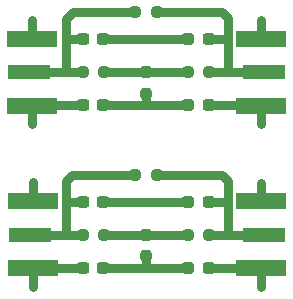
<source format=gbr>
%TF.GenerationSoftware,KiCad,Pcbnew,8.0.5-8.0.5-0~ubuntu22.04.1*%
%TF.CreationDate,2025-01-06T18:32:53-03:00*%
%TF.ProjectId,preenfasis,70726565-6e66-4617-9369-732e6b696361,v1.0*%
%TF.SameCoordinates,Original*%
%TF.FileFunction,Copper,L1,Top*%
%TF.FilePolarity,Positive*%
%FSLAX46Y46*%
G04 Gerber Fmt 4.6, Leading zero omitted, Abs format (unit mm)*
G04 Created by KiCad (PCBNEW 8.0.5-8.0.5-0~ubuntu22.04.1) date 2025-01-06 18:32:53*
%MOMM*%
%LPD*%
G01*
G04 APERTURE LIST*
G04 Aperture macros list*
%AMRoundRect*
0 Rectangle with rounded corners*
0 $1 Rounding radius*
0 $2 $3 $4 $5 $6 $7 $8 $9 X,Y pos of 4 corners*
0 Add a 4 corners polygon primitive as box body*
4,1,4,$2,$3,$4,$5,$6,$7,$8,$9,$2,$3,0*
0 Add four circle primitives for the rounded corners*
1,1,$1+$1,$2,$3*
1,1,$1+$1,$4,$5*
1,1,$1+$1,$6,$7*
1,1,$1+$1,$8,$9*
0 Add four rect primitives between the rounded corners*
20,1,$1+$1,$2,$3,$4,$5,0*
20,1,$1+$1,$4,$5,$6,$7,0*
20,1,$1+$1,$6,$7,$8,$9,0*
20,1,$1+$1,$8,$9,$2,$3,0*%
G04 Aperture macros list end*
%TA.AperFunction,SMDPad,CuDef*%
%ADD10RoundRect,0.237500X-0.287500X-0.237500X0.287500X-0.237500X0.287500X0.237500X-0.287500X0.237500X0*%
%TD*%
%TA.AperFunction,SMDPad,CuDef*%
%ADD11RoundRect,0.237500X-0.250000X-0.237500X0.250000X-0.237500X0.250000X0.237500X-0.250000X0.237500X0*%
%TD*%
%TA.AperFunction,SMDPad,CuDef*%
%ADD12RoundRect,0.237500X-0.237500X0.250000X-0.237500X-0.250000X0.237500X-0.250000X0.237500X0.250000X0*%
%TD*%
%TA.AperFunction,SMDPad,CuDef*%
%ADD13R,3.600000X1.270000*%
%TD*%
%TA.AperFunction,SMDPad,CuDef*%
%ADD14R,4.200000X1.350000*%
%TD*%
%TA.AperFunction,SMDPad,CuDef*%
%ADD15RoundRect,0.237500X-0.300000X-0.237500X0.300000X-0.237500X0.300000X0.237500X-0.300000X0.237500X0*%
%TD*%
%TA.AperFunction,ViaPad*%
%ADD16C,0.600000*%
%TD*%
%TA.AperFunction,Conductor*%
%ADD17C,0.800000*%
%TD*%
G04 APERTURE END LIST*
D10*
%TO.P,L2,1,1*%
%TO.N,Net-(C2-Pad2)*%
X115965000Y-90424000D03*
%TO.P,L2,2,2*%
%TO.N,Net-(J1-Ext)*%
X117715000Y-90424000D03*
%TD*%
D11*
%TO.P,R7,1*%
%TO.N,Net-(J3-In)*%
X107037500Y-73890500D03*
%TO.P,R7,2*%
%TO.N,Net-(R6-Pad1)*%
X108862500Y-73890500D03*
%TD*%
D10*
%TO.P,L1,1,1*%
%TO.N,Net-(C1-Pad2)*%
X115965000Y-84836000D03*
%TO.P,L1,2,2*%
%TO.N,Net-(J2-In)*%
X117715000Y-84836000D03*
%TD*%
D11*
%TO.P,R8,1*%
%TO.N,Net-(R6-Pad1)*%
X115927500Y-73890500D03*
%TO.P,R8,2*%
%TO.N,Net-(J4-In)*%
X117752500Y-73890500D03*
%TD*%
%TO.P,R4,1*%
%TO.N,Net-(R2-Pad1)*%
X115927500Y-87630000D03*
%TO.P,R4,2*%
%TO.N,Net-(J2-In)*%
X117752500Y-87630000D03*
%TD*%
D12*
%TO.P,R2,1*%
%TO.N,Net-(R2-Pad1)*%
X112395000Y-87630000D03*
%TO.P,R2,2*%
%TO.N,Net-(C2-Pad2)*%
X112395000Y-89455000D03*
%TD*%
D13*
%TO.P,J3,1,In*%
%TO.N,Net-(J3-In)*%
X102543000Y-73890500D03*
D14*
%TO.P,J3,2,Ext*%
%TO.N,Net-(J1-Ext)*%
X102743000Y-71065500D03*
X102743000Y-76715500D03*
%TD*%
D15*
%TO.P,C2,1*%
%TO.N,Net-(J1-Ext)*%
X107087500Y-90424000D03*
%TO.P,C2,2*%
%TO.N,Net-(C2-Pad2)*%
X108812500Y-90424000D03*
%TD*%
D11*
%TO.P,R1,1*%
%TO.N,Net-(J1-In)*%
X111482500Y-82550000D03*
%TO.P,R1,2*%
%TO.N,Net-(J2-In)*%
X113307500Y-82550000D03*
%TD*%
D15*
%TO.P,C1,1*%
%TO.N,Net-(J1-In)*%
X107087500Y-84836000D03*
%TO.P,C1,2*%
%TO.N,Net-(C1-Pad2)*%
X108812500Y-84836000D03*
%TD*%
%TO.P,C3,1*%
%TO.N,Net-(J3-In)*%
X107087500Y-71096500D03*
%TO.P,C3,2*%
%TO.N,Net-(C3-Pad2)*%
X108812500Y-71096500D03*
%TD*%
D10*
%TO.P,L3,1,1*%
%TO.N,Net-(C3-Pad2)*%
X115965000Y-71096500D03*
%TO.P,L3,2,2*%
%TO.N,Net-(J4-In)*%
X117715000Y-71096500D03*
%TD*%
D11*
%TO.P,R5,1*%
%TO.N,Net-(J3-In)*%
X111482500Y-68810500D03*
%TO.P,R5,2*%
%TO.N,Net-(J4-In)*%
X113307500Y-68810500D03*
%TD*%
D13*
%TO.P,J2,1,In*%
%TO.N,Net-(J2-In)*%
X122374000Y-87630000D03*
D14*
%TO.P,J2,2,Ext*%
%TO.N,Net-(J1-Ext)*%
X122174000Y-90455000D03*
X122174000Y-84805000D03*
%TD*%
D12*
%TO.P,R6,1*%
%TO.N,Net-(R6-Pad1)*%
X112395000Y-73890500D03*
%TO.P,R6,2*%
%TO.N,Net-(C4-Pad2)*%
X112395000Y-75715500D03*
%TD*%
D13*
%TO.P,J4,1,In*%
%TO.N,Net-(J4-In)*%
X122374000Y-73890500D03*
D14*
%TO.P,J4,2,Ext*%
%TO.N,Net-(J1-Ext)*%
X122174000Y-76715500D03*
X122174000Y-71065500D03*
%TD*%
D13*
%TO.P,J1,1,In*%
%TO.N,Net-(J1-In)*%
X102616000Y-87630000D03*
D14*
%TO.P,J1,2,Ext*%
%TO.N,Net-(J1-Ext)*%
X102816000Y-84805000D03*
X102816000Y-90455000D03*
%TD*%
D15*
%TO.P,C4,1*%
%TO.N,Net-(J1-Ext)*%
X107087500Y-76684500D03*
%TO.P,C4,2*%
%TO.N,Net-(C4-Pad2)*%
X108812500Y-76684500D03*
%TD*%
D11*
%TO.P,R3,1*%
%TO.N,Net-(J1-In)*%
X107037500Y-87630000D03*
%TO.P,R3,2*%
%TO.N,Net-(R2-Pad1)*%
X108862500Y-87630000D03*
%TD*%
D10*
%TO.P,L4,1,1*%
%TO.N,Net-(C4-Pad2)*%
X115965000Y-76684500D03*
%TO.P,L4,2,2*%
%TO.N,Net-(J1-Ext)*%
X117715000Y-76684500D03*
%TD*%
D16*
%TO.N,Net-(J1-Ext)*%
X102816000Y-83185000D03*
X122174000Y-92049600D03*
X102768400Y-69469000D03*
X122174000Y-83261200D03*
X122174000Y-69469000D03*
X102816000Y-92075000D03*
X122174000Y-78282800D03*
X102725000Y-78232000D03*
%TD*%
D17*
%TO.N,Net-(J1-In)*%
X105664000Y-84836000D02*
X105664000Y-83058000D01*
X105664000Y-87630000D02*
X107037500Y-87630000D01*
X106172000Y-82550000D02*
X111482500Y-82550000D01*
X105664000Y-83058000D02*
X106172000Y-82550000D01*
X102416000Y-87630000D02*
X105664000Y-87630000D01*
X105664000Y-87630000D02*
X105664000Y-84836000D01*
X107087500Y-84836000D02*
X105664000Y-84836000D01*
%TO.N,Net-(C1-Pad2)*%
X108812500Y-84836000D02*
X115965000Y-84836000D01*
%TO.N,Net-(C2-Pad2)*%
X112395000Y-89455000D02*
X112395000Y-90424000D01*
X108812500Y-90424000D02*
X112395000Y-90424000D01*
X112395000Y-90424000D02*
X115965000Y-90424000D01*
%TO.N,Net-(J1-Ext)*%
X122174000Y-84805000D02*
X122174000Y-83261200D01*
X102725000Y-76733500D02*
X102743000Y-76715500D01*
X102725000Y-78232000D02*
X102725000Y-76733500D01*
X107087500Y-76684500D02*
X102593000Y-76684500D01*
X122174000Y-71065500D02*
X122174000Y-69469000D01*
X117715000Y-76684500D02*
X122397000Y-76684500D01*
X102816000Y-92075000D02*
X102816000Y-90455000D01*
X117715000Y-90424000D02*
X122324000Y-90424000D01*
X122397000Y-76684500D02*
X122428000Y-76715500D01*
X102768400Y-69469000D02*
X102768400Y-71040100D01*
X102768400Y-71040100D02*
X102743000Y-71065500D01*
X102593000Y-76684500D02*
X102562000Y-76715500D01*
X122174000Y-78282800D02*
X122174000Y-76715500D01*
X122174000Y-90455000D02*
X122174000Y-92049600D01*
X102816000Y-83185000D02*
X102816000Y-84805000D01*
X107056500Y-90455000D02*
X107087500Y-90424000D01*
X102816000Y-90455000D02*
X107056500Y-90455000D01*
%TO.N,Net-(J2-In)*%
X122555000Y-87630000D02*
X119380000Y-87630000D01*
X119380000Y-83058000D02*
X118872000Y-82550000D01*
X119380000Y-87630000D02*
X117752500Y-87630000D01*
X118872000Y-82550000D02*
X113307500Y-82550000D01*
X119380000Y-84836000D02*
X119380000Y-87630000D01*
X119380000Y-84836000D02*
X119380000Y-83058000D01*
X117715000Y-84836000D02*
X119380000Y-84836000D01*
%TO.N,Net-(R2-Pad1)*%
X108862500Y-87630000D02*
X112395000Y-87630000D01*
X112395000Y-87630000D02*
X115927500Y-87630000D01*
%TO.N,Net-(J3-In)*%
X102362000Y-73890500D02*
X105664000Y-73890500D01*
X106195500Y-68810500D02*
X111482500Y-68810500D01*
X105664000Y-73890500D02*
X107037500Y-73890500D01*
X105664000Y-73890500D02*
X105664000Y-71096500D01*
X111482500Y-68810500D02*
X111506000Y-68810500D01*
X105664000Y-71096500D02*
X107087500Y-71096500D01*
X105664000Y-71096500D02*
X105664000Y-69342000D01*
X105664000Y-69342000D02*
X106195500Y-68810500D01*
%TO.N,Net-(C3-Pad2)*%
X115965000Y-71096500D02*
X108812500Y-71096500D01*
%TO.N,Net-(C4-Pad2)*%
X112395000Y-76684500D02*
X115965000Y-76684500D01*
X108812500Y-76684500D02*
X112395000Y-76684500D01*
X112395000Y-75715500D02*
X112395000Y-76684500D01*
%TO.N,Net-(J4-In)*%
X119380000Y-73890500D02*
X117752500Y-73890500D01*
X119380000Y-71096500D02*
X119380000Y-73890500D01*
X122628000Y-73890500D02*
X119380000Y-73890500D01*
X117715000Y-71096500D02*
X119380000Y-71096500D01*
X118872000Y-68810500D02*
X113307500Y-68810500D01*
X119380000Y-69318500D02*
X118872000Y-68810500D01*
X119380000Y-71096500D02*
X119380000Y-69318500D01*
%TO.N,Net-(R6-Pad1)*%
X108862500Y-73890500D02*
X115927500Y-73890500D01*
%TD*%
M02*

</source>
